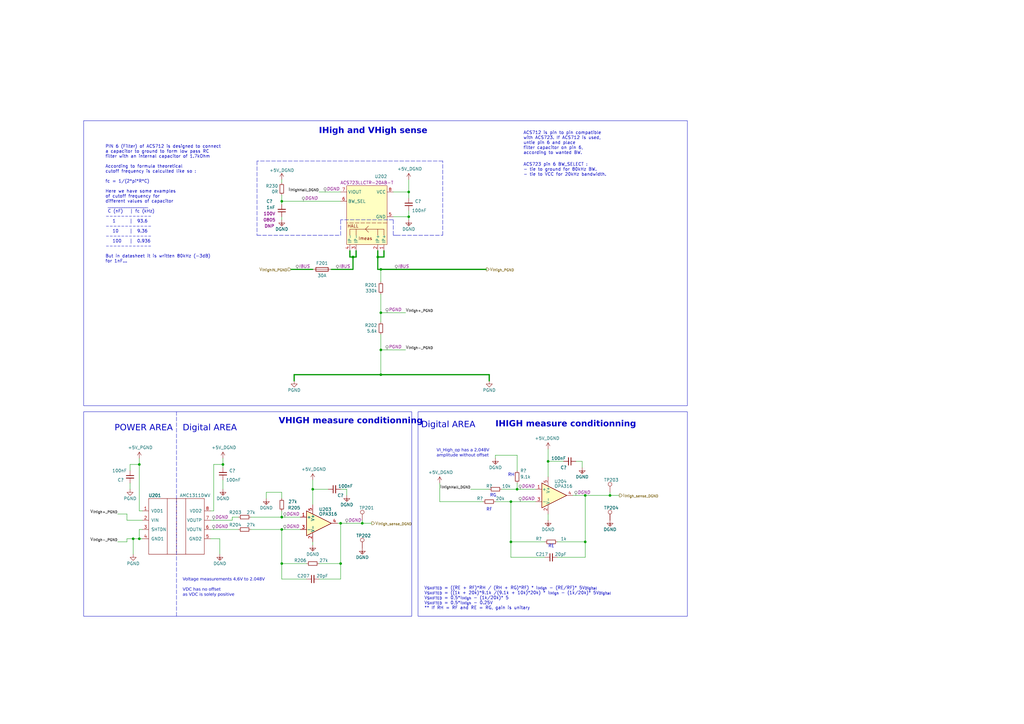
<source format=kicad_sch>
(kicad_sch (version 20231120) (generator "eeschema") (generator_version "8.0")
  (paper "A3")
  (title_block (title "OWNVERTER V1.1") (comment 1 "TWR"))
  (lib_symbols
    (symbol "Amplifier_Operational:TLV6001DCK" (pin_names (offset 0.127))
      (property "Reference" "U203" (at 2.54 5.715 0))
      (property "Value" "OPA316" (at 2.54 3.81 0))
      (symbol "TLV6001DCK_0_1"
        (polyline (pts (xy -2.54 5.08) (xy -2.54 -5.08) (xy 7.62 0) (xy -2.54 5.08)) (stroke (width 0.254)) (fill (type background)))
      )
      (symbol "TLV6001DCK_1_1"
        (pin input line (at -5.08 2.54 0) (length 2.54) (name "+") (number "1"))
        (pin power_in line (at 0 -7.62 90) (length 3.81) (name "V-") (number "2"))
        (pin input line (at -5.08 -2.54 0) (length 2.54) (name "-") (number "3"))
        (pin output line (at 10.16 0 180) (length 2.54) (name "") (number "4"))
        (pin power_in line (at 0 7.62 270) (length 3.81) (name "V+") (number "5"))
      )
    )
    (symbol "Connector:TestPoint" (pin_numbers hide) (pin_names (offset 0.762) hide)
      (property "Reference" "TP" (at 0 6.858 0))
      (property "Value" "TestPoint" (at 0 5.08 0))
      (symbol "TestPoint_0_1"
        (circle (center 0 3.302) (radius 0.762))
      )
      (symbol "TestPoint_1_1"
        (pin passive line (at 0 0 90) (length 2.54) (name "1") (number "1"))
      )
    )
    (symbol "Device:C_Small" (pin_numbers hide) (pin_names (offset 0.254) hide)
      (property "Reference" "C" (at 0.254 1.778 0))
      (property "Value" "C_Small" (at 0.254 -2.032 0))
      (symbol "C_Small_0_1"
        (polyline (pts (xy -1.524 -0.508) (xy 1.524 -0.508)) (stroke (width 0.3302)))
        (polyline (pts (xy -1.524 0.508) (xy 1.524 0.508)) (stroke (width 0.3048)))
      )
      (symbol "C_Small_1_1"
        (pin passive line (at 0 2.54 270) (length 2.032) (name "~") (number "1"))
        (pin passive line (at 0 -2.54 90) (length 2.032) (name "~") (number "2"))
      )
    )
    (symbol "Device:Fuse" (pin_numbers hide) (pin_names (offset 0))
      (property "Reference" "F" (at 2.032 0 90))
      (property "Value" "Fuse" (at -1.905 0 90))
      (symbol "Fuse_0_1"
        (rectangle (start -0.762 -2.54) (end 0.762 2.54) (stroke (width 0.254)))
        (polyline (pts (xy 0 2.54) (xy 0 -2.54)))
      )
      (symbol "Fuse_1_1"
        (pin passive line (at 0 3.81 270) (length 1.27) (name "~") (number "1"))
        (pin passive line (at 0 -3.81 90) (length 1.27) (name "~") (number "2"))
      )
    )
    (symbol "Device:R_Small" (pin_numbers hide) (pin_names (offset 0.254) hide)
      (property "Reference" "R" (at 0.762 0.508 0))
      (property "Value" "R_Small" (at 0.762 -1.016 0))
      (symbol "R_Small_0_1"
        (rectangle (start -0.762 1.778) (end 0.762 -1.778) (stroke (width 0.2032)))
      )
      (symbol "R_Small_1_1"
        (pin passive line (at 0 2.54 270) (length 0.762) (name "~") (number "1"))
        (pin passive line (at 0 -2.54 90) (length 0.762) (name "~") (number "2"))
      )
    )
    (symbol "R_Small_14" (pin_numbers hide) (pin_names (offset 0.254) hide)
      (property "Reference" "R" (at 0.762 0.508 0))
      (property "Value" "R_Small_14" (at 0.762 -1.016 0))
      (symbol "R_Small_14_0_1"
        (rectangle (start -0.762 1.778) (end 0.762 -1.778) (stroke (width 0.2032)))
      )
      (symbol "R_Small_14_1_1"
        (pin passive line (at 0 2.54 270) (length 0.762) (name "~") (number "1"))
        (pin passive line (at 0 -2.54 90) (length 0.762) (name "~") (number "2"))
      )
    )
    (symbol "R_Small_5" (pin_numbers hide) (pin_names (offset 0.254) hide)
      (property "Reference" "R" (at 0.762 0.508 0))
      (property "Value" "R_Small_5" (at 0.762 -1.016 0))
      (symbol "R_Small_5_0_1"
        (rectangle (start -0.762 1.778) (end 0.762 -1.778) (stroke (width 0.2032)))
      )
      (symbol "R_Small_5_1_1"
        (pin passive line (at 0 2.54 270) (length 0.762) (name "~") (number "1"))
        (pin passive line (at 0 -2.54 90) (length 0.762) (name "~") (number "2"))
      )
    )
    (symbol "R_Small_6" (pin_numbers hide) (pin_names (offset 0.254) hide)
      (property "Reference" "R" (at 0.762 0.508 0))
      (property "Value" "R_Small_6" (at 0.762 -1.016 0))
      (symbol "R_Small_6_0_1"
        (rectangle (start -0.762 1.778) (end 0.762 -1.778) (stroke (width 0.2032)))
      )
      (symbol "R_Small_6_1_1"
        (pin passive line (at 0 2.54 270) (length 0.762) (name "~") (number "1"))
        (pin passive line (at 0 -2.54 90) (length 0.762) (name "~") (number "2"))
      )
    )
    (symbol "Symbols:+5V_DGND" (power) (in_bom no) (on_board no)
      (property "Value" "+5V_DGND" (at -0.127 3.81 0))
      (symbol "+5V_DGND_0_1"
        (polyline (pts (xy -0.762 1.27) (xy 0 2.54)))
        (polyline (pts (xy 0 0) (xy 0 2.54)))
        (polyline (pts (xy 0 2.54) (xy 0.762 1.27)))
      )
      (symbol "+5V_DGND_1_1"
        (pin power_in line (at 0 0 90) (length 0) hide (name "+5V_DGND") (number "1"))
      )
    )
    (symbol "Symbols:+5V_PGND" (power) (in_bom no) (on_board no)
      (property "Value" "+5V_PGND" (at -0.127 3.81 0))
      (symbol "+5V_PGND_0_1"
        (polyline (pts (xy -0.762 1.27) (xy 0 2.54)))
        (polyline (pts (xy 0 0) (xy 0 2.54)))
        (polyline (pts (xy 0 2.54) (xy 0.762 1.27)))
      )
      (symbol "+5V_PGND_1_1"
        (pin power_in line (at 0 0 90) (length 0) hide (name "+5V_PGND") (number "1"))
      )
    )
    (symbol "Symbols:ACS723LLCTR-20AB-T"
      (property "Reference" "U602" (at 7.62 10.16 0))
      (property "Value" "ACS723LLCTR-20AB-T" (at 13.97 -15.24 0))
      (property "manf#" "ACS723LLCTR-20AB-T" (at -8.89 10.16 0))
      (symbol "ACS723LLCTR-20AB-T_0_0"
        (rectangle (start -8.89 8.89) (end 7.62 -15.24) (fill (type background)))
        (polyline (pts (xy -8.89 -6.35) (xy 7.62 -6.35)) (stroke (width 0) (type dash)))
        (polyline (pts (xy -1.27 -10.16) (xy 0 -8.89) (xy -1.27 -7.62)))
        (text "HALL" (at 5.08 -7.62 0) (effects (font (size 1.27 1.27))))
        (text "Imeas" (at 0 -12.7 0) (effects (font (size 1.27 1.27))))
      )
      (symbol "ACS723LLCTR-20AB-T_0_1"
        (polyline (pts (xy -5.08 -11.43) (xy -5.08 -8.89)))
        (polyline (pts (xy 3.81 -11.43) (xy 3.81 -8.89)))
        (polyline (pts (xy -7.62 -11.43) (xy -7.62 -8.89) (xy 6.35 -8.89) (xy 6.35 -11.43)))
      )
      (symbol "ACS723LLCTR-20AB-T_1_1"
        (pin passive line (at -7.62 -17.78 90) (length 2.54) (name "IP+") (number "1"))
        (pin passive line (at -5.08 -17.78 90) (length 2.54) (name "IP+") (number "2"))
        (pin passive line (at 3.81 -17.78 90) (length 2.54) (name "IP-") (number "3"))
        (pin passive line (at 6.35 -17.78 90) (length 2.54) (name "IP-") (number "4"))
        (pin power_in line (at -11.43 -3.81 0) (length 2.54) (name "GND") (number "5"))
        (pin passive line (at 10.16 2.54 180) (length 2.54) (name "BW_SEL") (number "6"))
        (pin output line (at 10.16 6.35 180) (length 2.54) (name "VIOUT") (number "7"))
        (pin power_in line (at -11.43 6.35 0) (length 2.54) (name "VCC") (number "8"))
      )
    )
    (symbol "Symbols:AMC1311DBW" (pin_names (offset 1.016))
      (property "Reference" "U" (at -11.43 13.97 0))
      (property "Value" "AMC1311DBW" (at 7.62 -11.43 0))
      (symbol "AMC1311DBW_0_1"
        (rectangle (start -11.43 12.7) (end 11.43 -10.16))
        (polyline (pts (xy -3.81 12.7) (xy -3.81 -10.16)))
        (polyline (pts (xy 0 12.7) (xy 0 -10.16)) (stroke (width 0) (type dash)))
        (polyline (pts (xy 3.81 12.7) (xy 3.81 -10.16)))
      )
      (symbol "AMC1311DBW_1_1"
        (pin power_in line (at -13.97 7.62 0) (length 2.54) (name "VDD1") (number "1"))
        (pin input line (at -13.97 3.81 0) (length 2.54) (name "VIN") (number "2"))
        (pin input line (at -13.97 0 0) (length 2.54) (name "SHTDN") (number "3"))
        (pin power_in line (at -13.97 -3.81 0) (length 2.54) (name "GND1") (number "4"))
        (pin power_in line (at 13.97 -3.81 180) (length 2.54) (name "GND2") (number "5"))
        (pin output line (at 13.97 0 180) (length 2.54) (name "VOUTN") (number "6"))
        (pin output line (at 13.97 3.81 180) (length 2.54) (name "VOUTP") (number "7"))
        (pin power_in line (at 13.97 7.62 180) (length 2.54) (name "VDD2") (number "8"))
      )
    )
    (symbol "Symbols:DGND" (power) (pin_names (offset 0))
      (property "Value" "DGND" (at 0 -3.81 0))
      (symbol "DGND_0_0"
        (text "D" (at 0 -1.778 0) (effects (font (size 0.63 0.63))))
      )
      (symbol "DGND_0_1"
        (polyline (pts (xy 0 0) (xy 0 -1.27) (xy 1.27 -1.27) (xy 0 -2.54) (xy -1.27 -1.27) (xy 0 -1.27)))
      )
      (symbol "DGND_1_1"
        (pin power_in line (at 0 0 270) (length 0) hide (name "DGND") (number "1"))
      )
    )
    (symbol "Symbols:PGND" (power) (pin_names (offset 0))
      (property "Value" "PGND" (at 0 -3.81 0))
      (symbol "PGND_0_1"
        (polyline (pts (xy 0 0) (xy 0 -1.27) (xy 1.27 -1.27) (xy 0 -2.54) (xy -1.27 -1.27) (xy 0 -1.27)))
      )
      (symbol "PGND_1_1"
        (pin power_in line (at 0 0 270) (length 0) hide (name "PGND") (number "1"))
      )
    )
    (symbol "TLV6001DCK_1" (pin_names (offset 0.127))
      (property "Reference" "U" (at 7.62 2.54 0))
      (property "Value" "TLV6001DCK" (at 11.43 -2.54 0))
      (symbol "TLV6001DCK_1_0_1"
        (polyline (pts (xy -2.54 5.08) (xy -2.54 -5.08) (xy 7.62 0) (xy -2.54 5.08)) (stroke (width 0.254)) (fill (type background)))
      )
      (symbol "TLV6001DCK_1_1_1"
        (pin input line (at -5.08 2.54 0) (length 2.54) (name "+") (number "1"))
        (pin power_in line (at 0 -7.62 90) (length 3.81) (name "V-") (number "2"))
        (pin input line (at -5.08 -2.54 0) (length 2.54) (name "-") (number "3"))
        (pin output line (at 10.16 0 180) (length 2.54) (name "~") (number "4"))
        (pin power_in line (at 0 7.62 270) (length 3.81) (name "V+") (number "5"))
      )
    )
  )
  (junction (at 91.44 190.5))
  (junction (at 144.78 105.41))
  (junction (at 156.21 143.51))
  (junction (at 156.21 110.49))
  (junction (at 167.64 88.9))
  (junction (at 156.21 153.67))
  (junction (at 240.03 222.25))
  (junction (at 115.57 82.55))
  (junction (at 115.57 231.14))
  (junction (at 250.19 203.2))
  (junction (at 128.27 200.66))
  (junction (at 209.55 222.25))
  (junction (at 156.21 128.27))
  (junction (at 139.7 214.63))
  (junction (at 148.59 214.63))
  (junction (at 57.15 220.98))
  (junction (at 54.61 220.98))
  (junction (at 57.15 190.5))
  (junction (at 154.94 105.41))
  (junction (at 115.57 217.17))
  (junction (at 167.64 78.74))
  (junction (at 240.03 203.2))
  (junction (at 115.57 212.09))
  (junction (at 212.09 200.66))
  (junction (at 209.55 205.74))
  (junction (at 139.7 231.14))
  (junction (at 224.79 189.23))
  (wire (pts (xy 120.65 153.67) (xy 120.65 156.21)) (stroke (width 0.5)))
  (wire (pts (xy 203.2 205.74) (xy 209.55 205.74)))
  (polyline (pts (xy 162.56 96.52) (xy 181.61 96.52)) (stroke (width 0) (type dash)))
  (wire (pts (xy 91.44 190.5) (xy 87.63 190.5)))
  (wire (pts (xy 167.64 88.9) (xy 167.64 90.17)))
  (wire (pts (xy 154.94 105.41) (xy 157.48 105.41)) (stroke (width 0.5)))
  (wire (pts (xy 86.36 220.98) (xy 90.17 220.98)))
  (wire (pts (xy 128.27 200.66) (xy 134.62 200.66)))
  (wire (pts (xy 228.6 228.6) (xy 240.03 228.6)))
  (polyline (pts (xy 161.29 90.17) (xy 139.7 90.17)) (stroke (width 0) (type dash)))
  (wire (pts (xy 58.42 217.17) (xy 57.15 217.17)))
  (wire (pts (xy 166.37 128.27) (xy 156.21 128.27)))
  (wire (pts (xy 148.59 214.63) (xy 152.4 214.63)))
  (wire (pts (xy 224.79 184.15) (xy 224.79 189.23)))
  (wire (pts (xy 139.7 214.63) (xy 139.7 231.14)))
  (wire (pts (xy 212.09 200.66) (xy 219.71 200.66)))
  (wire (pts (xy 52.07 213.36) (xy 52.07 210.82)))
  (wire (pts (xy 48.26 210.82) (xy 52.07 210.82)))
  (wire (pts (xy 115.57 82.55) (xy 139.7 82.55)))
  (wire (pts (xy 139.7 200.66) (xy 142.24 200.66)))
  (wire (pts (xy 203.2 186.69) (xy 212.09 186.69)))
  (wire (pts (xy 87.63 190.5) (xy 87.63 209.55)))
  (wire (pts (xy 109.22 201.93) (xy 115.57 201.93)))
  (wire (pts (xy 52.07 220.98) (xy 54.61 220.98)))
  (wire (pts (xy 180.34 205.74) (xy 198.12 205.74)))
  (wire (pts (xy 115.57 212.09) (xy 123.19 212.09)))
  (wire (pts (xy 148.59 214.63) (xy 139.7 214.63)))
  (wire (pts (xy 115.57 80.01) (xy 115.57 82.55)))
  (wire (pts (xy 115.57 73.66) (xy 115.57 74.93)))
  (wire (pts (xy 138.43 214.63) (xy 139.7 214.63)))
  (wire (pts (xy 238.76 189.23) (xy 238.76 191.77)))
  (wire (pts (xy 128.27 196.85) (xy 128.27 200.66)))
  (wire (pts (xy 200.66 153.67) (xy 200.66 156.21)) (stroke (width 0.5)))
  (wire (pts (xy 58.42 213.36) (xy 52.07 213.36)))
  (wire (pts (xy 240.03 203.2) (xy 250.19 203.2)))
  (wire (pts (xy 161.29 78.74) (xy 167.64 78.74)))
  (wire (pts (xy 102.87 217.17) (xy 115.57 217.17)))
  (wire (pts (xy 212.09 186.69) (xy 212.09 193.04)))
  (wire (pts (xy 156.21 153.67) (xy 200.66 153.67)) (stroke (width 0.5)))
  (wire (pts (xy 91.44 196.85) (xy 91.44 200.66)))
  (wire (pts (xy 209.55 205.74) (xy 209.55 222.25)))
  (wire (pts (xy 109.22 201.93) (xy 109.22 204.47)))
  (polyline (pts (xy 139.7 96.52) (xy 139.7 90.17)) (stroke (width 0) (type dash)))
  (wire (pts (xy 157.48 105.41) (xy 157.48 102.87)) (stroke (width 0.5)))
  (wire (pts (xy 95.25 212.09) (xy 95.25 213.36)))
  (wire (pts (xy 209.55 222.25) (xy 223.52 222.25)))
  (wire (pts (xy 203.2 186.69) (xy 203.2 187.96)))
  (wire (pts (xy 57.15 187.96) (xy 57.15 190.5)))
  (wire (pts (xy 120.65 153.67) (xy 156.21 153.67)) (stroke (width 0.5)))
  (wire (pts (xy 250.19 201.93) (xy 250.19 203.2)))
  (polyline (pts (xy 161.29 96.52) (xy 162.56 96.52)) (stroke (width 0) (type dash)))
  (wire (pts (xy 156.21 137.16) (xy 156.21 143.51)))
  (wire (pts (xy 52.07 220.98) (xy 52.07 222.25)))
  (wire (pts (xy 115.57 204.47) (xy 115.57 201.93)))
  (wire (pts (xy 156.21 110.49) (xy 199.39 110.49)) (stroke (width 0.5)))
  (wire (pts (xy 95.25 213.36) (xy 86.36 213.36)))
  (wire (pts (xy 57.15 220.98) (xy 58.42 220.98)))
  (wire (pts (xy 115.57 231.14) (xy 115.57 237.49)))
  (wire (pts (xy 91.44 187.96) (xy 91.44 190.5)))
  (wire (pts (xy 154.94 105.41) (xy 154.94 110.49)) (stroke (width 0.45)))
  (wire (pts (xy 156.21 120.65) (xy 156.21 128.27)))
  (wire (pts (xy 53.34 190.5) (xy 57.15 190.5)))
  (polyline (pts (xy 161.29 90.17) (xy 161.29 96.52)) (stroke (width 0) (type dash)))
  (wire (pts (xy 154.94 110.49) (xy 156.21 110.49)) (stroke (width 0.45)))
  (wire (pts (xy 224.79 189.23) (xy 224.79 195.58)))
  (wire (pts (xy 130.81 237.49) (xy 139.7 237.49)))
  (wire (pts (xy 180.34 198.12) (xy 180.34 205.74)))
  (wire (pts (xy 167.64 88.9) (xy 161.29 88.9)))
  (wire (pts (xy 143.51 105.41) (xy 144.78 105.41)) (stroke (width 0.5)))
  (wire (pts (xy 125.73 237.49) (xy 115.57 237.49)))
  (wire (pts (xy 86.36 217.17) (xy 97.79 217.17)))
  (wire (pts (xy 142.24 200.66) (xy 142.24 203.2)))
  (wire (pts (xy 156.21 128.27) (xy 156.21 132.08)))
  (wire (pts (xy 166.37 143.51) (xy 156.21 143.51)))
  (wire (pts (xy 90.17 220.98) (xy 90.17 227.33)))
  (wire (pts (xy 144.78 105.41) (xy 144.78 110.49)) (stroke (width 0.45)))
  (wire (pts (xy 115.57 217.17) (xy 115.57 231.14)))
  (wire (pts (xy 57.15 209.55) (xy 58.42 209.55)))
  (wire (pts (xy 224.79 189.23) (xy 231.14 189.23)))
  (polyline (pts (xy 105.41 96.52) (xy 139.7 96.52)) (stroke (width 0) (type dash)))
  (wire (pts (xy 115.57 209.55) (xy 115.57 212.09)))
  (wire (pts (xy 115.57 82.55) (xy 115.57 83.82)))
  (wire (pts (xy 167.64 78.74) (xy 167.64 81.28)))
  (wire (pts (xy 212.09 198.12) (xy 212.09 200.66)))
  (wire (pts (xy 48.26 222.25) (xy 52.07 222.25)))
  (wire (pts (xy 209.55 205.74) (xy 219.71 205.74)))
  (wire (pts (xy 240.03 203.2) (xy 240.03 222.25)))
  (polyline (pts (xy 72.39 252.73) (xy 72.39 168.91)) (stroke (width 0) (type dash)))
  (wire (pts (xy 135.89 110.49) (xy 144.78 110.49)) (stroke (width 0.45)))
  (wire (pts (xy 130.81 231.14) (xy 139.7 231.14)))
  (wire (pts (xy 224.79 210.82) (xy 224.79 213.36)))
  (wire (pts (xy 97.79 212.09) (xy 95.25 212.09)))
  (wire (pts (xy 139.7 231.14) (xy 139.7 237.49)))
  (wire (pts (xy 128.27 200.66) (xy 128.27 207.01)))
  (wire (pts (xy 250.19 203.2) (xy 254 203.2)))
  (wire (pts (xy 115.57 88.9) (xy 115.57 90.17)))
  (wire (pts (xy 54.61 220.98) (xy 57.15 220.98)))
  (polyline (pts (xy 105.41 66.04) (xy 105.41 96.52)) (stroke (width 0) (type dash)))
  (wire (pts (xy 228.6 222.25) (xy 240.03 222.25)))
  (wire (pts (xy 139.7 78.74) (xy 130.81 78.74)))
  (wire (pts (xy 146.05 102.87) (xy 146.05 105.41)) (stroke (width 0.508)))
  (wire (pts (xy 193.04 200.66) (xy 200.66 200.66)))
  (polyline (pts (xy 181.61 96.52) (xy 181.61 66.04)) (stroke (width 0) (type dash)))
  (wire (pts (xy 102.87 212.09) (xy 115.57 212.09)))
  (wire (pts (xy 115.57 217.17) (xy 123.19 217.17)))
  (wire (pts (xy 156.21 143.51) (xy 156.21 153.67)))
  (polyline (pts (xy 181.61 66.04) (xy 105.41 66.04)) (stroke (width 0) (type dash)))
  (wire (pts (xy 205.74 200.66) (xy 212.09 200.66)))
  (wire (pts (xy 167.64 73.66) (xy 167.64 78.74)))
  (wire (pts (xy 144.78 105.41) (xy 146.05 105.41)) (stroke (width 0.508)))
  (wire (pts (xy 167.64 86.36) (xy 167.64 88.9)))
  (wire (pts (xy 143.51 102.87) (xy 143.51 105.41)) (stroke (width 0.5)))
  (wire (pts (xy 115.57 231.14) (xy 125.73 231.14)))
  (wire (pts (xy 57.15 217.17) (xy 57.15 220.98)))
  (wire (pts (xy 53.34 190.5) (xy 53.34 193.04)))
  (wire (pts (xy 54.61 220.98) (xy 54.61 227.33)))
  (wire (pts (xy 156.21 115.57) (xy 156.21 110.49)))
  (wire (pts (xy 128.27 222.25) (xy 128.27 223.52)))
  (wire (pts (xy 234.95 203.2) (xy 240.03 203.2)))
  (wire (pts (xy 86.36 209.55) (xy 87.63 209.55)))
  (wire (pts (xy 57.15 190.5) (xy 57.15 209.55)))
  (wire (pts (xy 53.34 198.12) (xy 53.34 200.66)))
  (wire (pts (xy 154.94 102.87) (xy 154.94 105.41)) (stroke (width 0.508)))
  (wire (pts (xy 240.03 222.25) (xy 240.03 228.6)))
  (wire (pts (xy 238.76 189.23) (xy 236.22 189.23)))
  (wire (pts (xy 223.52 228.6) (xy 209.55 228.6)))
  (wire (pts (xy 148.59 213.36) (xy 148.59 214.63)))
  (wire (pts (xy 209.55 222.25) (xy 209.55 228.6)))
  (wire (pts (xy 91.44 190.5) (xy 91.44 191.77)))
  (wire (pts (xy 119.38 110.49) (xy 128.27 110.49)) (stroke (width 0.45)))
  (rectangle (start 34.29 49.53) (end 281.94 166.37))
  (rectangle (start 34.29 168.91) (end 168.91 252.73))
  (rectangle (start 171.45 168.91) (end 281.94 252.73))
  (text "Digital AREA\n" (at 172.72 176.53 0) (effects (font (size 2.54 2.54)) (justify left bottom)))
  (text "RH" (at 208.28 195.58 0) (effects (font (size 1.27 1.27)) (justify left bottom)))
  (text "IHIGH measure conditionning\n\n" (at 203.2 180.34 0) (effects (font (size 2.4892 2.4892) (thickness 0.4978) (bold yes)) (justify left bottom)))
  (text "IHigh and VHigh sense\n" (at 130.81 55.88 0) (effects (font (size 2.4892 2.4892) (thickness 0.4978) (bold yes)) (justify left bottom)))
  (text "RG" (at 200.914 203.962 0) (effects (font (size 1.27 1.27)) (justify left bottom)))
  (text "POWER AREA\n" (at 46.99 177.8 0) (effects (font (size 2.54 2.54)) (justify left bottom)))
  (text "Digital AREA\n" (at 74.93 177.8 0) (effects (font (size 2.54 2.54)) (justify left bottom)))
  (text "PIN 6 (Filter) of ACS712 is designed to connect\na capacitor to ground to form low pass RC\nfilter with an internal capacitor of 1.7kOhm\n\nAccording to formula theoretical \ncutoff frequency is calculted like so :\n\nfc = 1/(2*pi*R*C)\n\nHere we have some examples\nof cutoff frequency for \ndifferent values of capacitor\n _________________\n C (nF)   | fc (kHz) \n------------\n   1	|  93.6  \n------------\n   10	|  9.36  \n------------\n   100	|  0.936  \n------------\n\nBut in datasheet it is written 80kHz (-3dB)\nfor 1nF..." (at 43.18 107.95 0) (effects (font (size 1.27 1.27)) (justify left bottom)))
  (text "ACS723 pin 6 BW_SELECT :\n- tie to ground for 80kHz BW.\n- tie to VCC for 20kHz bandwidth." (at 214.63 72.39 0) (effects (font (size 1.27 1.27)) (justify left bottom)))
  (text "RF" (at 199.39 209.804 0) (effects (font (size 1.27 1.27)) (justify left bottom)))
  (text "VI_High_op has a 2,048V \namplitude without offset" (at 179.07 187.96 0) (effects (font (size 1.2446 1.2446)) (justify left bottom)))
  (text "Voltage measurements 4,6V to 2.048V\n\nVDC has no offset \nas VDC is solely positive\n" (at 74.93 245.11 0) (effects (font (size 1.2446 1.2446)) (justify left bottom)))
  (text "V_{SHIFTED} = ((RE + RF)*RH / (RH + RG)*RF) * I_{IHigh} - (RE/RF)* 5V_{Digital}\nV_{SHIFTED} = ((1k + 20k)*9.1k /(9.1k + 10k)*20k) * I_{IHigh} - (1k/20k)* 5V_{Digital}\nV_{SHIFTED} = 0,5*I_{IHigh} - (1k/20k)* 5\nV_{SHIFTED} = 0,5*I_{IHigh} - 0.25V\n** If RH = RF and RE = RG, gain is unitary\n" (at 173.99 250.19 0) (effects (font (size 1.27 1.27)) (justify left bottom)))
  (text "VHIGH measure conditionning\n\n" (at 114.3 179.07 0) (effects (font (size 2.4892 2.4892) (thickness 0.4978) (bold yes)) (justify left bottom)))
  (text "ACS712 is pin to pin compatible\nwith ACS723. If ACS712 is used,\nuntie pin 6 and place\nfilter capacitor on pin 6,\naccording to wanted BW.\n" (at 214.63 63.5 0) (effects (font (size 1.27 1.27)) (justify left bottom)))
  (text "RE" (at 224.79 224.79 0) (effects (font (size 1.27 1.27)) (justify left bottom)))
  (label "V_{IHigh+_PGND}" (at 166.37 128.27 0))
  (label "V_{IHigh-_PGND}" (at 48.26 222.25 180))
  (label "I_{IHighHall_DGND}" (at 193.04 200.66 180))
  (label "V_{IHigh-_PGND}" (at 166.37 143.51 0))
  (label "V_{IHigh+_PGND}" (at 48.26 210.82 180))
  (label "I_{IHighHall_DGND}" (at 130.81 78.74 180))
  (hierarchical_label "V_{IHighIN_PGND}" (shape input) (at 119.38 110.49 180))
  (hierarchical_label "V_{IHigh_PGND}" (shape output) (at 199.39 110.49 0))
  (hierarchical_label "V_{IHigh_sense_DGND}" (shape output) (at 152.4 214.63 0))
  (hierarchical_label "I_{IHigh_sense_DGND}" (shape output) (at 254 203.2 0))
  (netclass_flag "" (length 1.27) (shape round) (at 162.56 110.49 0) (property "Netclass" "IBUS" (at 163.1696 109.22 0) (effects (font (italic yes)) (justify left))))
  (netclass_flag "" (length 1.27) (shape round) (at 213.36 205.74 0) (property "Netclass" "DGND" (at 213.9696 204.47 0) (effects (font (italic yes)) (justify left))))
  (netclass_flag "" (length 1.27) (shape round) (at 87.63 217.17 0) (property "Netclass" "DGND" (at 88.2396 215.9 0) (effects (font (italic yes)) (justify left))))
  (netclass_flag "" (length 1.27) (shape round) (at 158.75 128.27 0) (property "Netclass" "PGND" (at 159.3596 127 0) (effects (font (italic yes)) (justify left))))
  (netclass_flag "" (length 1.27) (shape round) (at 236.22 203.2 0) (property "Netclass" "DGND" (at 236.8296 201.93 0) (effects (font (italic yes)) (justify left))))
  (netclass_flag "" (length 1.27) (shape round) (at 142.24 214.63 0) (property "Netclass" "DGND" (at 142.8496 213.36 0) (effects (font (italic yes)) (justify left))))
  (netclass_flag "" (length 1.27) (shape round) (at 87.63 213.36 0) (property "Netclass" "DGND" (at 88.2396 212.09 0) (effects (font (italic yes)) (justify left))))
  (netclass_flag "" (length 1.27) (shape round) (at 133.35 78.74 0) (property "Netclass" "DGND" (at 133.9596 77.47 0) (effects (font (italic yes)) (justify left))))
  (netclass_flag "" (length 1.27) (shape round) (at 158.75 143.51 0) (property "Netclass" "PGND" (at 159.3596 142.24 0) (effects (font (italic yes)) (justify left))))
  (netclass_flag "" (length 1.27) (shape round) (at 116.84 217.17 0) (property "Netclass" "DGND" (at 117.4496 215.9 0) (effects (font (italic yes)) (justify left))))
  (netclass_flag "" (length 1.27) (shape round) (at 213.36 200.66 0) (property "Netclass" "DGND" (at 213.9696 199.39 0) (effects (font (italic yes)) (justify left))))
  (netclass_flag "" (length 1.27) (shape round) (at 121.92 110.49 0) (property "Netclass" "IBUS" (at 122.5296 109.22 0) (effects (font (italic yes)) (justify left))))
  (netclass_flag "" (length 1.27) (shape round) (at 116.84 212.09 0) (property "Netclass" "DGND" (at 117.4496 210.82 0) (effects (font (italic yes)) (justify left))))
  (netclass_flag "" (length 1.27) (shape round) (at 124.46 82.55 0) (property "Netclass" "DGND" (at 125.0696 81.28 0) (effects (font (italic yes)) (justify left))))
  (netclass_flag "" (length 1.27) (shape round) (at 138.43 110.49 0) (property "Netclass" "IBUS" (at 139.0396 109.22 0) (effects (font (italic yes)) (justify left))))
  (symbol (lib_id "Symbols:DGND") (at 115.57 90.17 0) (unit 1)
    (property "Reference" "#PWR0210" (effects (hide yes)))
    (property "Value" "DGND" (at 115.57 93.98 0))
  )
  (symbol (lib_id "Symbols:DGND") (at 90.17 227.33 0) (unit 1)
    (property "Reference" "#PWR0207" (effects (hide yes)))
    (property "Value" "DGND" (at 90.17 231.14 0))
  )
  (symbol (lib_id "Symbols:DGND") (at 128.27 223.52 0) (unit 1)
    (property "Reference" "#PWR0213" (effects (hide yes)))
    (property "Value" "DGND" (at 128.27 227.33 0))
  )
  (symbol (lib_id "Symbols:DGND") (at 203.2 187.96 0) (unit 1)
    (property "Reference" "#PWR0217" (effects (hide yes)))
    (property "Value" "DGND" (at 203.2 191.77 0))
  )
  (symbol (lib_id "Amplifier_Operational:TLV6001DCK") (at 224.79 203.2 0) (unit 1)
    (property "Reference" "U204" (at 227.33 197.485 0) (effects (justify left)))
    (property "Value" "OPA316" (at 227.33 199.39 0) (effects (justify left)))
    (property "Footprint" "Package_TO_SOT_SMD:SOT-353_SC-70-5_Handsoldering" (effects (hide yes)))
    (property "Datasheet" "${KIPRJMOD}\\datasheet\\MCP6486_Family_Data_Sheet_DS20006679A-2949415.pdf" (effects (hide yes)))
    (property "manf#" "MCP6487T-E/SN" (effects (hide yes)))
  )
  (symbol (lib_id "Symbols:DGND") (at 224.79 213.36 0) (unit 1)
    (property "Reference" "#PWR0219" (effects (hide yes)))
    (property "Value" "DGND" (at 224.79 217.17 0))
  )
  (symbol (lib_id "Device:C_Small") (at 53.34 195.58 0) (mirror y) (unit 1)
    (property "Reference" "C?" (at 50.8 196.85 0) (effects (justify left)))
    (property "Value" "100nF" (at 52.07 193.04 0) (effects (justify left)))
    (property "Footprint" "Footprints:C_0805_2012Metric" (effects (hide yes)))
    (property "Datasheet" "${KIPRJMOD}\\datasheet\\KEM_C1002_X7R_SMD-3316098.pdf" (effects (hide yes)))
    (property "manf#" "C0805C104K5RACTU" (effects (hide yes)))
    (property "DNP" "x" (effects (hide yes)))
    (property "Voltage" "50V" (effects (hide yes)))
    (property "Package" "0805" (effects (hide yes)))
    (instances (project "InverterLeg" (path "" (reference "C?") (unit 1))) (project "ownverter" (path "" (reference "C201") (unit 1))))
  )
  (symbol (lib_name "R_Small_5") (lib_id "Device:R_Small") (at 115.57 77.47 0) (mirror y) (unit 1)
    (property "Reference" "R230" (at 114.0714 76.3016 0) (effects (justify left)))
    (property "Value" "0R" (at 114.0714 78.613 0) (effects (justify left)))
    (property "Footprint" "Footprints:R_0805_2012Metric" (effects (hide yes)))
    (property "Datasheet" "${KIPRJMOD}\\datasheet\\YAGEO_PYu_RC_Group_51_RoHS_L_12-3313492.pdf" (effects (hide yes)))
    (property "manf#" "RC0805JR-070RL" (effects (hide yes)))
    (property "Package" "0805" (effects (hide yes)))
    (property "Technology" "Thick film" (effects (hide yes)))
  )
  (symbol (lib_id "Connector:TestPoint") (at 250.19 201.93 0) (unit 1) (in_bom no) (on_board no)
    (property "Reference" "TP203" (at 247.65 196.85 0) (effects (justify left)))
    (property "Value" "TestPoint" (effects (hide yes)))
    (property "Footprint" "Footprints:TestPoint_THTPad_D1.5mm_Drill0.7mm" (effects (hide yes)))
    (property "DNP" "x" (effects (hide yes)))
  )
  (symbol (lib_id "Device:R_Small") (at 212.09 195.58 0) (mirror x) (unit 1)
    (property "Reference" "R?" (at 213.36 193.04 0) (effects (justify left)))
    (property "Value" "9.1k" (at 213.36 195.58 0) (effects (justify left)))
    (property "Footprint" "Footprints:R_0805_2012Metric" (effects (hide yes)))
    (property "Datasheet" "${KIPRJMOD}\\datasheet\\cr-1858361.pdf" (effects (hide yes)))
    (property "manf#" "CR0805-FX-9101ELF " (effects (hide yes)))
    (property "DNP" "x" (effects (hide yes)))
    (property "Package" "0805" (effects (hide yes)))
    (property "Power" "0.125W" (effects (hide yes)))
    (instances (project "InverterLeg" (path "" (reference "R?") (unit 1))) (project "ownverter" (path "" (reference "R211") (unit 1))))
  )
  (symbol (lib_id "Symbols:DGND") (at 148.59 224.79 0) (unit 1)
    (property "Reference" "#PWR0215" (effects (hide yes)))
    (property "Value" "DGND" (at 148.59 228.6 0))
  )
  (symbol (lib_id "Symbols:DGND") (at 250.19 213.36 0) (unit 1)
    (property "Reference" "#PWR0222" (effects (hide yes)))
    (property "Value" "DGND" (at 250.19 217.17 0))
  )
  (symbol (lib_id "Symbols:DGND") (at 142.24 203.2 0) (unit 1)
    (property "Reference" "#PWR0214" (effects (hide yes)))
    (property "Value" "DGND" (at 142.24 207.01 0))
  )
  (symbol (lib_id "Symbols:PGND") (at 120.65 156.21 0) (unit 1)
    (property "Reference" "#PWR0201" (effects (hide yes)))
    (property "Value" "PGND" (at 120.65 160.02 0))
  )
  (symbol (lib_name "TLV6001DCK_1") (lib_id "Amplifier_Operational:TLV6001DCK") (at 128.27 214.63 0) (unit 1)
    (property "Reference" "U203" (at 130.81 208.915 0) (effects (justify left)))
    (property "Value" "OPA316" (at 130.81 210.82 0) (effects (justify left)))
    (property "Footprint" "Package_TO_SOT_SMD:SOT-353_SC-70-5_Handsoldering" (effects (hide yes)))
    (property "Datasheet" "${KIPRJMOD}\\datasheet\\MCP6486_Family_Data_Sheet_DS20006679A-2949415.pdf" (effects (hide yes)))
    (property "manf#" "MCP6487T-E/SN" (effects (hide yes)))
  )
  (symbol (lib_name "R_Small_14") (lib_id "Device:R_Small") (at 100.33 212.09 90) (unit 1)
    (property "Reference" "R203" (at 99.06 210.185 90) (effects (justify left)))
    (property "Value" "27k" (at 104.775 210.185 90) (effects (justify left)))
    (property "Footprint" "Footprints:R_0805_2012Metric" (effects (hide yes)))
    (property "Datasheet" "${KIPRJMOD}\\datasheet\\cr-1858361.pdf" (effects (hide yes)))
    (property "manf#" "CR0805-FX-2702ELF" (effects (hide yes)))
    (property "Package" "0805" (effects (hide yes)))
  )
  (symbol (lib_name "R_Small_14") (lib_id "Device:R_Small") (at 100.33 217.17 90) (unit 1)
    (property "Reference" "R204" (at 99.06 215.265 90) (effects (justify left)))
    (property "Value" "27k" (at 104.775 215.265 90) (effects (justify left)))
    (property "Footprint" "Footprints:R_0805_2012Metric" (effects (hide yes)))
    (property "Datasheet" "${KIPRJMOD}\\datasheet\\cr-1858361.pdf" (effects (hide yes)))
    (property "manf#" "CR0805-FX-2702ELF" (effects (hide yes)))
    (property "Package" "0805" (effects (hide yes)))
  )
  (symbol (lib_id "Device:R_Small") (at 203.2 200.66 90) (unit 1)
    (property "Reference" "R?" (at 201.93 199.39 90) (effects (justify left)))
    (property "Value" "10k" (at 209.55 199.39 90) (effects (justify left)))
    (property "Footprint" "Footprints:R_0805_2012Metric" (effects (hide yes)))
    (property "Datasheet" "${KIPRJMOD}\\datasheet\\CRT-1649066.pdf" (effects (hide yes)))
    (property "manf#" "CRT0805-FZ-1002ELF" (effects (hide yes)))
    (property "DNP" "x" (effects (hide yes)))
    (property "Package" "0805" (effects (hide yes)))
    (property "Power" "0.1W" (effects (hide yes)))
    (instances (project "InverterLeg" (path "" (reference "R?") (unit 1))) (project "ownverter" (path "" (reference "R209") (unit 1))))
  )
  (symbol (lib_id "Symbols:+5V_DGND") (at 115.57 73.66 0) (unit 1) (in_bom no) (on_board no)
    (property "Reference" "#PWR0223" (effects (hide yes)))
    (property "Value" "+5V_DGND" (at 115.57 69.85 0))
  )
  (symbol (lib_id "Device:R_Small") (at 115.57 207.01 0) (mirror y) (unit 1)
    (property "Reference" "R205" (at 123.19 208.28 0) (effects (justify left)))
    (property "Value" "27k" (at 121.92 205.74 0) (effects (justify left)))
    (property "Footprint" "Footprints:R_0805_2012Metric" (effects (hide yes)))
    (property "Datasheet" "${KIPRJMOD}\\datasheet\\cr-1858361.pdf" (effects (hide yes)))
    (property "manf#" "CR0805-FX-2702ELF" (effects (hide yes)))
    (property "Package" "0805" (effects (hide yes)))
  )
  (symbol (lib_id "Symbols:PGND") (at 200.66 156.21 0) (unit 1)
    (property "Reference" "#PWR0220" (effects (hide yes)))
    (property "Value" "PGND" (at 200.66 160.02 0))
  )
  (symbol (lib_id "Symbols:+5V_DGND") (at 167.64 73.66 0) (unit 1) (in_bom no) (on_board no)
    (property "Reference" "#PWR0205" (effects (hide yes)))
    (property "Value" "+5V_DGND" (at 168.021 69.2658 0))
  )
  (symbol (lib_id "Symbols:+5V_DGND") (at 180.34 198.12 0) (unit 1) (in_bom no) (on_board no)
    (property "Reference" "#PWR0216" (effects (hide yes)))
    (property "Value" "+5V_DGND" (at 180.721 193.7258 0))
  )
  (symbol (lib_id "Symbols:DGND") (at 109.22 204.47 0) (unit 1)
    (property "Reference" "#PWR0211" (effects (hide yes)))
    (property "Value" "DGND" (at 109.22 208.28 0))
  )
  (symbol (lib_id "Device:R_Small") (at 128.27 231.14 90) (unit 1)
    (property "Reference" "R206" (at 125.73 229.87 90) (effects (justify left)))
    (property "Value" "27k" (at 134.62 229.87 90) (effects (justify left)))
    (property "Footprint" "Footprints:R_0805_2012Metric" (effects (hide yes)))
    (property "Datasheet" "${KIPRJMOD}\\datasheet\\cr-1858361.pdf" (effects (hide yes)))
    (property "manf#" "CR0805-FX-2702ELF" (effects (hide yes)))
    (property "Package" "0805" (effects (hide yes)))
  )
  (symbol (lib_name "R_Small_5") (lib_id "Device:R_Small") (at 156.21 118.11 0) (mirror y) (unit 1)
    (property "Reference" "R201" (at 154.7114 116.9416 0) (effects (justify left)))
    (property "Value" "330k" (at 154.7114 119.253 0) (effects (justify left)))
    (property "Footprint" "Footprints:R_0805_2012Metric" (effects (hide yes)))
    (property "Datasheet" "${KIPRJMOD}\\datasheet\\cr-1858361.pdf" (effects (hide yes)))
    (property "manf#" "CR0805-FX-3303ELF" (effects (hide yes)))
    (property "Package" "0805" (effects (hide yes)))
  )
  (symbol (lib_id "Symbols:DGND") (at 167.64 90.17 0) (unit 1)
    (property "Reference" "#PWR0206" (effects (hide yes)))
    (property "Value" "DGND" (at 167.64 93.98 0))
  )
  (symbol (lib_id "Symbols:DGND") (at 91.44 200.66 0) (unit 1)
    (property "Reference" "#PWR0209" (effects (hide yes)))
    (property "Value" "DGND" (at 91.44 204.47 0))
  )
  (symbol (lib_id "Device:C_Small") (at 91.44 194.31 0) (mirror x) (unit 1)
    (property "Reference" "C?" (at 93.98 193.04 0) (effects (justify left)))
    (property "Value" "100nF" (at 92.71 196.85 0) (effects (justify left)))
    (property "Footprint" "Footprints:C_0805_2012Metric" (effects (hide yes)))
    (property "Datasheet" "${KIPRJMOD}\\datasheet\\KEM_C1002_X7R_SMD-3316098.pdf" (effects (hide yes)))
    (property "manf#" "C0805C104K5RACTU" (effects (hide yes)))
    (property "DNP" "x" (effects (hide yes)))
    (property "Voltage" "50V" (effects (hide yes)))
    (property "Package" "0805" (effects (hide yes)))
    (instances (project "InverterLeg" (path "" (reference "C?") (unit 1))) (project "ownverter" (path "" (reference "C203") (unit 1))))
  )
  (symbol (lib_id "Symbols:PGND") (at 54.61 227.33 0) (unit 1)
    (property "Reference" "#PWR0203" (effects (hide yes)))
    (property "Value" "PGND" (at 54.61 231.14 0))
  )
  (symbol (lib_id "Symbols:+5V_DGND") (at 224.79 184.15 0) (mirror y) (unit 1) (in_bom no) (on_board no)
    (property "Reference" "#PWR0218" (effects (hide yes)))
    (property "Value" "+5V_DGND" (at 224.409 179.7558 0))
  )
  (symbol (lib_id "Device:C_Small") (at 128.27 237.49 90) (unit 1)
    (property "Reference" "C207" (at 127 236.22 90) (effects (justify left)))
    (property "Value" "20pF" (at 134.62 236.22 90) (effects (justify left)))
    (property "Footprint" "Footprints:C_0805_2012Metric" (effects (hide yes)))
    (property "Datasheet" "${KIPRJMOD}\\datasheet\\UPY_GP_NP0_16V_to_50V_18-1730511.pdf" (effects (hide yes)))
    (property "manf#" "CC0805JRNPO9BN200" (effects (hide yes)))
    (property "Package" "0805" (effects (hide yes)))
  )
  (symbol (lib_id "Connector:TestPoint") (at 250.19 213.36 0) (unit 1) (in_bom no) (on_board no)
    (property "Reference" "TP204" (at 247.65 208.28 0) (effects (justify left)))
    (property "Value" "TestPoint" (effects (hide yes)))
    (property "Footprint" "Footprints:TestPoint_THTPad_D1.5mm_Drill0.7mm" (effects (hide yes)))
    (property "DNP" "x" (effects (hide yes)))
  )
  (symbol (lib_id "Symbols:PGND") (at 53.34 200.66 0) (mirror y) (unit 1)
    (property "Reference" "#PWR0202" (effects (hide yes)))
    (property "Value" "PGND" (at 53.34 204.47 0))
  )
  (symbol (lib_id "Device:C_Small") (at 226.06 228.6 90) (unit 1)
    (property "Reference" "C217" (at 224.79 227.33 90) (effects (justify left)))
    (property "Value" "20pF" (at 232.41 227.33 90) (effects (justify left)))
    (property "Footprint" "Footprints:C_0805_2012Metric" (effects (hide yes)))
    (property "Datasheet" "${KIPRJMOD}\\datasheet\\UPY_GP_NP0_16V_to_50V_18-1730511.pdf" (effects (hide yes)))
    (property "manf#" "CC0805JRNPO9BN200" (effects (hide yes)))
    (property "Package" "0805" (effects (hide yes)))
  )
  (symbol (lib_id "Device:C_Small") (at 115.57 86.36 0) (mirror x) (unit 1)
    (property "Reference" "C?" (at 109.22 82.55 0) (effects (justify left)))
    (property "Value" "1nF" (at 109.22 85.09 0) (effects (justify left)))
    (property "Footprint" "Footprints:C_0805_2012Metric" (effects (hide yes)))
    (property "Datasheet" "${KIPRJMOD}\\datasheet\\MLCC-1837944.pdf" (effects (hide yes)))
    (property "Package" "0805" (at 110.49 90.17 0))
    (property "Voltage" "100V" (at 110.49 87.63 0))
    (property "manf#" "CL21C102JCFNNNE" (effects (hide yes)))
    (property "DNP" "DNP" (at 110.49 92.71 0))
    (instances (project "InverterLeg" (path "" (reference "C?") (unit 1))) (project "ownverter" (path "" (reference "C204") (unit 1))))
  )
  (symbol (lib_id "Device:C_Small") (at 137.16 200.66 90) (unit 1)
    (property "Reference" "C?" (at 140.97 203.2 90) (effects (justify left)))
    (property "Value" "100nF" (at 144.78 199.39 90) (effects (justify left)))
    (property "Footprint" "Footprints:C_0805_2012Metric" (effects (hide yes)))
    (property "Datasheet" "${KIPRJMOD}\\datasheet\\KEM_C1002_X7R_SMD-3316098.pdf" (effects (hide yes)))
    (property "manf#" "C0805C104K5RACTU" (effects (hide yes)))
    (property "DNP" "x" (effects (hide yes)))
    (property "Voltage" "50V" (effects (hide yes)))
    (property "Package" "0805" (effects (hide yes)))
    (instances (project "InverterLeg" (path "" (reference "C?") (unit 1))) (project "ownverter" (path "" (reference "C209") (unit 1))))
  )
  (symbol (lib_id "Device:R_Small") (at 226.06 222.25 90) (unit 1)
    (property "Reference" "R?" (at 222.25 220.98 90) (effects (justify left)))
    (property "Value" "1k" (at 232.41 220.98 90) (effects (justify left)))
    (property "Footprint" "Footprints:R_0805_2012Metric" (effects (hide yes)))
    (property "Datasheet" "${KIPRJMOD}\\datasheet\\cr-1858361.pdf" (effects (hide yes)))
    (property "manf#" "CR0805-FX-1001ELF" (effects (hide yes)))
    (property "DNP" "x" (effects (hide yes)))
    (property "Package" "0805" (effects (hide yes)))
    (property "Power" "0.1W" (effects (hide yes)))
    (instances (project "InverterLeg" (path "" (reference "R?") (unit 1))) (project "ownverter" (path "" (reference "R212") (unit 1))))
  )
  (symbol (lib_id "Symbols:+5V_PGND") (at 57.15 187.96 0) (unit 1) (in_bom no) (on_board no)
    (property "Reference" "#PWR0204" (effects (hide yes)))
    (property "Value" "+5V_PGND" (at 57.531 183.5658 0))
  )
  (symbol (lib_id "Symbols:DGND") (at 238.76 191.77 0) (mirror y) (unit 1)
    (property "Reference" "#PWR0221" (effects (hide yes)))
    (property "Value" "DGND" (at 238.76 195.58 0))
  )
  (symbol (lib_id "Device:R_Small") (at 200.66 205.74 90) (unit 1)
    (property "Reference" "R?" (at 198.12 204.47 90) (effects (justify left)))
    (property "Value" "20k" (at 207.01 204.47 90) (effects (justify left)))
    (property "Footprint" "Footprints:R_0805_2012Metric" (effects (hide yes)))
    (property "Datasheet" "${KIPRJMOD}\\datasheet\\cr-1858361.pdf" (effects (hide yes)))
    (property "manf#" "CR0805-FX-2002ELF" (effects (hide yes)))
    (property "DNP" "x" (effects (hide yes)))
    (property "Package" "0805" (effects (hide yes)))
    (property "Power" "0.125W" (effects (hide yes)))
    (instances (project "InverterLeg" (path "" (reference "R?") (unit 1))) (project "ownverter" (path "" (reference "R210") (unit 1))))
  )
  (symbol (lib_id "Symbols:+5V_DGND") (at 128.27 196.85 0) (unit 1) (in_bom no) (on_board no)
    (property "Reference" "#PWR0212" (effects (hide yes)))
    (property "Value" "+5V_DGND" (at 128.651 192.4558 0))
  )
  (symbol (lib_id "Symbols:AMC1311DBW") (at 72.39 217.17 0) (unit 1)
    (property "Reference" "U201" (at 63.5 203.2 0) (effects (font (bold yes))))
    (property "Value" "AMC1311DWV" (at 80.01 203.2 0))
    (property "Footprint" "Package_SO:SOIC-8_7.5x5.85mm_P1.27mm" (effects (hide yes)))
    (property "Datasheet" "${KIPRJMOD}\\datasheet\\amc1311.pdf" (effects (hide yes)))
    (property "manf#" "AMC1311DWV" (effects (hide yes)))
  )
  (symbol (lib_id "Device:C_Small") (at 167.64 83.82 0) (mirror x) (unit 1)
    (property "Reference" "C?" (at 170.18 82.55 0) (effects (justify left)))
    (property "Value" "100nF" (at 168.91 86.36 0) (effects (justify left)))
    (property "Footprint" "Footprints:C_0805_2012Metric" (effects (hide yes)))
    (property "Datasheet" "${KIPRJMOD}\\datasheet\\KEM_C1002_X7R_SMD-3316098.pdf" (effects (hide yes)))
    (property "manf#" "C0805C104K5RACTU" (effects (hide yes)))
    (property "DNP" "x" (effects (hide yes)))
    (property "Voltage" "50V" (effects (hide yes)))
    (property "Package" "0805" (effects (hide yes)))
    (instances (project "InverterLeg" (path "" (reference "C?") (unit 1))) (project "ownverter" (path "" (reference "C202") (unit 1))))
  )
  (symbol (lib_id "Symbols:+5V_DGND") (at 91.44 187.96 0) (unit 1) (in_bom no) (on_board no)
    (property "Reference" "#PWR0208" (effects (hide yes)))
    (property "Value" "+5V_DGND" (at 91.821 183.5658 0))
  )
  (symbol (lib_id "Connector:TestPoint") (at 148.59 213.36 0) (unit 1) (in_bom no) (on_board no)
    (property "Reference" "TP201" (at 147.32 208.28 0) (effects (justify left)))
    (property "Value" "TestPoint" (effects (hide yes)))
    (property "Footprint" "Footprints:TestPoint_THTPad_D1.5mm_Drill0.7mm" (effects (hide yes)))
    (property "DNP" "x" (effects (hide yes)))
  )
  (symbol (lib_name "R_Small_6") (lib_id "Device:R_Small") (at 156.21 134.62 0) (mirror y) (unit 1)
    (property "Reference" "R202" (at 154.7114 133.4516 0) (effects (justify left)))
    (property "Value" "5.6k" (at 154.7114 135.763 0) (effects (justify left)))
    (property "Footprint" "Footprints:R_0805_2012Metric" (effects (hide yes)))
    (property "Datasheet" "${KIPRJMOD}\\datasheet\\cr-1858361.pdf" (effects (hide yes)))
    (property "manf#" "CR0805-FX-5601ELF" (effects (hide yes)))
    (property "Package" "0805" (effects (hide yes)))
  )
  (symbol (lib_id "Connector:TestPoint") (at 148.59 224.79 0) (unit 1) (in_bom no) (on_board no)
    (property "Reference" "TP202" (at 146.05 219.71 0) (effects (justify left)))
    (property "Value" "TestPoint" (effects (hide yes)))
    (property "Footprint" "Footprints:TestPoint_THTPad_D1.5mm_Drill0.7mm" (effects (hide yes)))
    (property "DNP" "x" (effects (hide yes)))
  )
  (symbol (lib_id "Symbols:ACS723LLCTR-20AB-T") (at 149.86 85.09 0) (mirror y) (unit 1)
    (property "Reference" "U202" (at 156.21 72.39 0))
    (property "Value" "ACS723LLCTR-20AB-T" (effects (hide yes)))
    (property "Footprint" "Package_SO:SOIC-8_3.9x4.9mm_P1.27mm" (effects (hide yes)))
    (property "Datasheet" "${KIPRJMOD}\\datasheet\\ACS723-Datasheet-1.pdf" (effects (hide yes)))
    (property "manf#" "ACS723LLCTR-20AB-T" (at 150.495 74.93 0))
  )
  (symbol (lib_id "Device:Fuse") (at 132.08 110.49 90) (unit 1)
    (property "Reference" "F201" (at 132.08 107.95 90))
    (property "Value" "30A" (at 132.08 113.03 90))
    (property "Footprint" "Footprints:F_0678H_Bel" (effects (hide yes)))
    (property "Datasheet" "${KIPRJMOD}\\datasheet\\ds_cp_0678h_series-1960405.pdf" (effects (hide yes)))
    (property "manf#" "0678H9300-02" (effects (hide yes)))
  )
  (symbol (lib_id "Device:C_Small") (at 233.68 189.23 270) (mirror x) (unit 1)
    (property "Reference" "C?" (at 229.87 191.77 90) (effects (justify left)))
    (property "Value" "100nF" (at 226.06 187.96 90) (effects (justify left)))
    (property "Footprint" "Footprints:C_0805_2012Metric" (effects (hide yes)))
    (property "Datasheet" "${KIPRJMOD}\\datasheet\\KEM_C1002_X7R_SMD-3316098.pdf" (effects (hide yes)))
    (property "manf#" "C0805C104K5RACTU" (effects (hide yes)))
    (property "DNP" "x" (effects (hide yes)))
    (property "Voltage" "50V" (effects (hide yes)))
    (property "Package" "0805" (effects (hide yes)))
    (instances (project "InverterLeg" (path "" (reference "C?") (unit 1))) (project "ownverter" (path "" (reference "C218") (unit 1))))
  )
)
</source>
